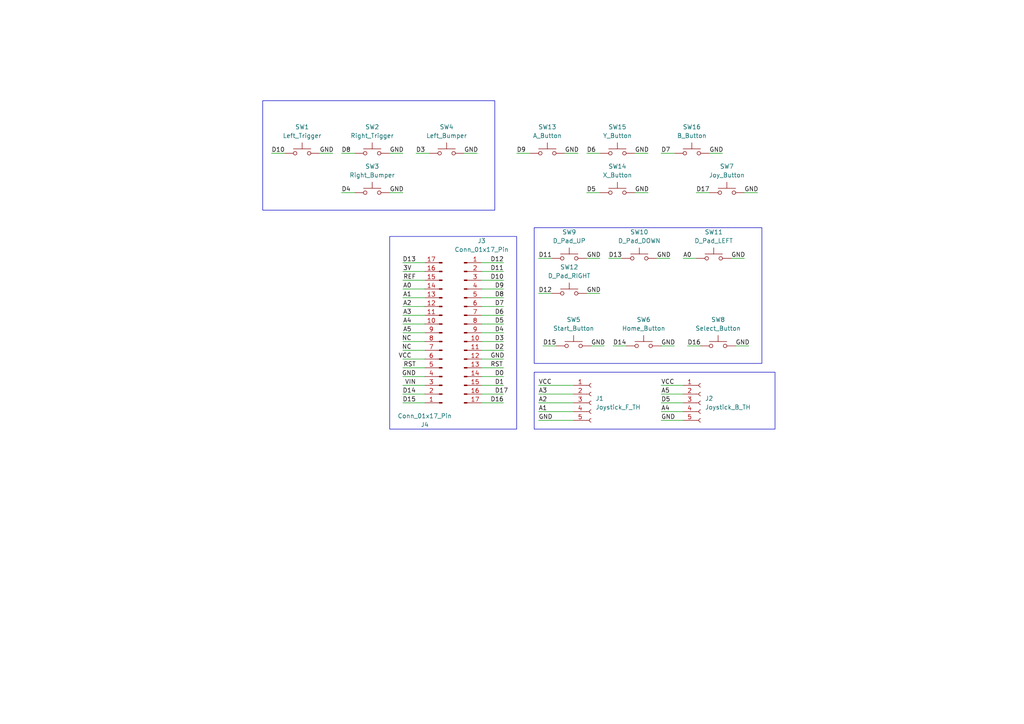
<source format=kicad_sch>
(kicad_sch (version 20231120) (generator "eeschema") (generator_version "8.0")
  (paper "A4")
  (lib_symbols
    (symbol "Connector:Conn_01x05_Socket" (pin_names (offset 1.016) hide)
      (property "Reference" "J" (at 0 7.62 0))
      (property "Value" "Conn_01x05_Socket" (at 0 -7.62 0))
      (symbol "Conn_01x05_Socket_1_1"
        (arc (start 0 -4.572) (mid -0.5058 -5.08) (end 0 -5.588) (stroke (width 0.1524)))
        (arc (start 0 -2.032) (mid -0.5058 -2.54) (end 0 -3.048) (stroke (width 0.1524)))
        (polyline (pts (xy -1.27 -5.08) (xy -0.508 -5.08)) (stroke (width 0.1524)))
        (polyline (pts (xy -1.27 -2.54) (xy -0.508 -2.54)) (stroke (width 0.1524)))
        (polyline (pts (xy -1.27 0) (xy -0.508 0)) (stroke (width 0.1524)))
        (polyline (pts (xy -1.27 2.54) (xy -0.508 2.54)) (stroke (width 0.1524)))
        (polyline (pts (xy -1.27 5.08) (xy -0.508 5.08)) (stroke (width 0.1524)))
        (arc (start 0 0.508) (mid -0.5058 0) (end 0 -0.508) (stroke (width 0.1524)))
        (arc (start 0 3.048) (mid -0.5058 2.54) (end 0 2.032) (stroke (width 0.1524)))
        (arc (start 0 5.588) (mid -0.5058 5.08) (end 0 4.572) (stroke (width 0.1524)))
        (pin passive line (at -5.08 5.08 0) (length 3.81) (name "Pin_1") (number "1"))
        (pin passive line (at -5.08 2.54 0) (length 3.81) (name "Pin_2") (number "2"))
        (pin passive line (at -5.08 0 0) (length 3.81) (name "Pin_3") (number "3"))
        (pin passive line (at -5.08 -2.54 0) (length 3.81) (name "Pin_4") (number "4"))
        (pin passive line (at -5.08 -5.08 0) (length 3.81) (name "Pin_5") (number "5"))
      )
    )
    (symbol "Connector:Conn_01x17_Pin" (pin_names (offset 1.016) hide)
      (property "Reference" "J" (at 0 22.86 0))
      (property "Value" "Conn_01x17_Pin" (at 0 -22.86 0))
      (symbol "Conn_01x17_Pin_1_1"
        (polyline (pts (xy 1.27 -20.32) (xy 0.8636 -20.32)) (stroke (width 0.1524)))
        (polyline (pts (xy 1.27 -17.78) (xy 0.8636 -17.78)) (stroke (width 0.1524)))
        (polyline (pts (xy 1.27 -15.24) (xy 0.8636 -15.24)) (stroke (width 0.1524)))
        (polyline (pts (xy 1.27 -12.7) (xy 0.8636 -12.7)) (stroke (width 0.1524)))
        (polyline (pts (xy 1.27 -10.16) (xy 0.8636 -10.16)) (stroke (width 0.1524)))
        (polyline (pts (xy 1.27 -7.62) (xy 0.8636 -7.62)) (stroke (width 0.1524)))
        (polyline (pts (xy 1.27 -5.08) (xy 0.8636 -5.08)) (stroke (width 0.1524)))
        (polyline (pts (xy 1.27 -2.54) (xy 0.8636 -2.54)) (stroke (width 0.1524)))
        (polyline (pts (xy 1.27 0) (xy 0.8636 0)) (stroke (width 0.1524)))
        (polyline (pts (xy 1.27 2.54) (xy 0.8636 2.54)) (stroke (width 0.1524)))
        (polyline (pts (xy 1.27 5.08) (xy 0.8636 5.08)) (stroke (width 0.1524)))
        (polyline (pts (xy 1.27 7.62) (xy 0.8636 7.62)) (stroke (width 0.1524)))
        (polyline (pts (xy 1.27 10.16) (xy 0.8636 10.16)) (stroke (width 0.1524)))
        (polyline (pts (xy 1.27 12.7) (xy 0.8636 12.7)) (stroke (width 0.1524)))
        (polyline (pts (xy 1.27 15.24) (xy 0.8636 15.24)) (stroke (width 0.1524)))
        (polyline (pts (xy 1.27 17.78) (xy 0.8636 17.78)) (stroke (width 0.1524)))
        (polyline (pts (xy 1.27 20.32) (xy 0.8636 20.32)) (stroke (width 0.1524)))
        (rectangle (start 0.8636 -20.193) (end 0 -20.447) (stroke (width 0.1524)) (fill (type outline)))
        (rectangle (start 0.8636 -17.653) (end 0 -17.907) (stroke (width 0.1524)) (fill (type outline)))
        (rectangle (start 0.8636 -15.113) (end 0 -15.367) (stroke (width 0.1524)) (fill (type outline)))
        (rectangle (start 0.8636 -12.573) (end 0 -12.827) (stroke (width 0.1524)) (fill (type outline)))
        (rectangle (start 0.8636 -10.033) (end 0 -10.287) (stroke (width 0.1524)) (fill (type outline)))
        (rectangle (start 0.8636 -7.493) (end 0 -7.747) (stroke (width 0.1524)) (fill (type outline)))
        (rectangle (start 0.8636 -4.953) (end 0 -5.207) (stroke (width 0.1524)) (fill (type outline)))
        (rectangle (start 0.8636 -2.413) (end 0 -2.667) (stroke (width 0.1524)) (fill (type outline)))
        (rectangle (start 0.8636 0.127) (end 0 -0.127) (stroke (width 0.1524)) (fill (type outline)))
        (rectangle (start 0.8636 2.667) (end 0 2.413) (stroke (width 0.1524)) (fill (type outline)))
        (rectangle (start 0.8636 5.207) (end 0 4.953) (stroke (width 0.1524)) (fill (type outline)))
        (rectangle (start 0.8636 7.747) (end 0 7.493) (stroke (width 0.1524)) (fill (type outline)))
        (rectangle (start 0.8636 10.287) (end 0 10.033) (stroke (width 0.1524)) (fill (type outline)))
        (rectangle (start 0.8636 12.827) (end 0 12.573) (stroke (width 0.1524)) (fill (type outline)))
        (rectangle (start 0.8636 15.367) (end 0 15.113) (stroke (width 0.1524)) (fill (type outline)))
        (rectangle (start 0.8636 17.907) (end 0 17.653) (stroke (width 0.1524)) (fill (type outline)))
        (rectangle (start 0.8636 20.447) (end 0 20.193) (stroke (width 0.1524)) (fill (type outline)))
        (pin passive line (at 5.08 20.32 180) (length 3.81) (name "Pin_1") (number "1"))
        (pin passive line (at 5.08 -2.54 180) (length 3.81) (name "Pin_10") (number "10"))
        (pin passive line (at 5.08 -5.08 180) (length 3.81) (name "Pin_11") (number "11"))
        (pin passive line (at 5.08 -7.62 180) (length 3.81) (name "Pin_12") (number "12"))
        (pin passive line (at 5.08 -10.16 180) (length 3.81) (name "Pin_13") (number "13"))
        (pin passive line (at 5.08 -12.7 180) (length 3.81) (name "Pin_14") (number "14"))
        (pin passive line (at 5.08 -15.24 180) (length 3.81) (name "Pin_15") (number "15"))
        (pin passive line (at 5.08 -17.78 180) (length 3.81) (name "Pin_16") (number "16"))
        (pin passive line (at 5.08 -20.32 180) (length 3.81) (name "Pin_17") (number "17"))
        (pin passive line (at 5.08 17.78 180) (length 3.81) (name "Pin_2") (number "2"))
        (pin passive line (at 5.08 15.24 180) (length 3.81) (name "Pin_3") (number "3"))
        (pin passive line (at 5.08 12.7 180) (length 3.81) (name "Pin_4") (number "4"))
        (pin passive line (at 5.08 10.16 180) (length 3.81) (name "Pin_5") (number "5"))
        (pin passive line (at 5.08 7.62 180) (length 3.81) (name "Pin_6") (number "6"))
        (pin passive line (at 5.08 5.08 180) (length 3.81) (name "Pin_7") (number "7"))
        (pin passive line (at 5.08 2.54 180) (length 3.81) (name "Pin_8") (number "8"))
        (pin passive line (at 5.08 0 180) (length 3.81) (name "Pin_9") (number "9"))
      )
    )
    (symbol "Switch:SW_Push" (pin_numbers hide) (pin_names (offset 1.016) hide)
      (property "Reference" "SW" (at 1.27 2.54 0))
      (property "Value" "SW_Push" (at 0 -1.524 0))
      (symbol "SW_Push_0_1"
        (circle (center -2.032 0) (radius 0.508))
        (polyline (pts (xy 0 1.27) (xy 0 3.048)))
        (polyline (pts (xy 2.54 1.27) (xy -2.54 1.27)))
        (circle (center 2.032 0) (radius 0.508))
        (pin passive line (at -5.08 0 0) (length 2.54) (name "1") (number "1"))
        (pin passive line (at 5.08 0 180) (length 2.54) (name "2") (number "2"))
      )
    )
  )
  (wire (pts (xy 139.7 106.68) (xy 146.05 106.68)))
  (wire (pts (xy 139.7 88.9) (xy 146.05 88.9)))
  (wire (pts (xy 191.77 100.33) (xy 195.58 100.33)))
  (wire (pts (xy 201.93 55.88) (xy 205.74 55.88)))
  (wire (pts (xy 184.15 55.88) (xy 187.96 55.88)))
  (wire (pts (xy 139.7 116.84) (xy 146.05 116.84)))
  (wire (pts (xy 190.5 74.93) (xy 194.31 74.93)))
  (wire (pts (xy 166.37 114.3) (xy 156.21 114.3)))
  (wire (pts (xy 116.84 78.74) (xy 123.19 78.74)))
  (wire (pts (xy 99.06 55.88) (xy 102.87 55.88)))
  (wire (pts (xy 139.7 101.6) (xy 146.05 101.6)))
  (wire (pts (xy 116.84 86.36) (xy 123.19 86.36)))
  (wire (pts (xy 139.7 81.28) (xy 146.05 81.28)))
  (wire (pts (xy 171.45 100.33) (xy 175.26 100.33)))
  (wire (pts (xy 191.77 116.84) (xy 198.12 116.84)))
  (wire (pts (xy 113.03 44.45) (xy 116.84 44.45)))
  (wire (pts (xy 191.77 111.76) (xy 198.12 111.76)))
  (wire (pts (xy 116.84 106.68) (xy 123.19 106.68)))
  (wire (pts (xy 139.7 99.06) (xy 146.05 99.06)))
  (wire (pts (xy 191.77 119.38) (xy 198.12 119.38)))
  (wire (pts (xy 116.84 111.76) (xy 123.19 111.76)))
  (wire (pts (xy 123.19 104.14) (xy 116.84 104.14)))
  (wire (pts (xy 176.53 74.93) (xy 180.34 74.93)))
  (wire (pts (xy 191.77 44.45) (xy 195.58 44.45)))
  (wire (pts (xy 123.19 93.98) (xy 116.84 93.98)))
  (wire (pts (xy 184.15 44.45) (xy 187.96 44.45)))
  (wire (pts (xy 170.18 85.09) (xy 173.99 85.09)))
  (wire (pts (xy 123.19 99.06) (xy 116.84 99.06)))
  (wire (pts (xy 213.36 100.33) (xy 217.17 100.33)))
  (wire (pts (xy 156.21 85.09) (xy 160.02 85.09)))
  (wire (pts (xy 78.74 44.45) (xy 82.55 44.45)))
  (wire (pts (xy 123.19 116.84) (xy 116.84 116.84)))
  (wire (pts (xy 163.83 44.45) (xy 167.64 44.45)))
  (wire (pts (xy 123.19 96.52) (xy 116.84 96.52)))
  (wire (pts (xy 191.77 114.3) (xy 198.12 114.3)))
  (wire (pts (xy 123.19 114.3) (xy 116.84 114.3)))
  (wire (pts (xy 139.7 91.44) (xy 146.05 91.44)))
  (wire (pts (xy 170.18 55.88) (xy 173.99 55.88)))
  (wire (pts (xy 170.18 74.93) (xy 173.99 74.93)))
  (wire (pts (xy 212.09 74.93) (xy 215.9 74.93)))
  (wire (pts (xy 149.86 44.45) (xy 153.67 44.45)))
  (wire (pts (xy 116.84 109.22) (xy 123.19 109.22)))
  (wire (pts (xy 123.19 101.6) (xy 116.84 101.6)))
  (wire (pts (xy 123.19 83.82) (xy 116.84 83.82)))
  (wire (pts (xy 139.7 83.82) (xy 146.05 83.82)))
  (wire (pts (xy 99.06 44.45) (xy 102.87 44.45)))
  (wire (pts (xy 134.62 44.45) (xy 138.43 44.45)))
  (wire (pts (xy 177.8 100.33) (xy 181.61 100.33)))
  (wire (pts (xy 139.7 76.2) (xy 146.05 76.2)))
  (wire (pts (xy 92.71 44.45) (xy 96.52 44.45)))
  (wire (pts (xy 116.84 81.28) (xy 123.19 81.28)))
  (wire (pts (xy 198.12 74.93) (xy 201.93 74.93)))
  (wire (pts (xy 166.37 116.84) (xy 156.21 116.84)))
  (wire (pts (xy 157.48 100.33) (xy 161.29 100.33)))
  (wire (pts (xy 166.37 121.92) (xy 156.21 121.92)))
  (wire (pts (xy 116.84 88.9) (xy 123.19 88.9)))
  (wire (pts (xy 139.7 93.98) (xy 146.05 93.98)))
  (wire (pts (xy 139.7 114.3) (xy 146.05 114.3)))
  (wire (pts (xy 170.18 44.45) (xy 173.99 44.45)))
  (wire (pts (xy 120.65 44.45) (xy 124.46 44.45)))
  (wire (pts (xy 139.7 96.52) (xy 146.05 96.52)))
  (wire (pts (xy 199.39 100.33) (xy 203.2 100.33)))
  (wire (pts (xy 166.37 111.76) (xy 156.21 111.76)))
  (wire (pts (xy 191.77 121.92) (xy 198.12 121.92)))
  (wire (pts (xy 205.74 44.45) (xy 209.55 44.45)))
  (wire (pts (xy 139.7 104.14) (xy 146.05 104.14)))
  (wire (pts (xy 156.21 74.93) (xy 160.02 74.93)))
  (wire (pts (xy 123.19 76.2) (xy 116.84 76.2)))
  (wire (pts (xy 139.7 109.22) (xy 146.05 109.22)))
  (wire (pts (xy 139.7 78.74) (xy 146.05 78.74)))
  (wire (pts (xy 166.37 119.38) (xy 156.21 119.38)))
  (wire (pts (xy 215.9 55.88) (xy 219.71 55.88)))
  (wire (pts (xy 139.7 111.76) (xy 146.05 111.76)))
  (wire (pts (xy 123.19 91.44) (xy 116.84 91.44)))
  (wire (pts (xy 139.7 86.36) (xy 146.05 86.36)))
  (wire (pts (xy 113.03 55.88) (xy 116.84 55.88)))
  (rectangle (start 113.03 68.58) (end 149.86 124.46))
  (rectangle (start 154.94 107.95) (end 224.79 124.46))
  (rectangle (start 76.2 29.21) (end 143.51 60.96))
  (rectangle (start 154.94 66.04) (end 220.98 105.41))
  (label "D16" (at 199.39 100.33 0))
  (label "VCC" (at 119.38 104.14 180))
  (label "D9" (at 149.86 44.45 0))
  (label "GND" (at 215.9 55.88 0))
  (label "D1" (at 143.51 111.76 0))
  (label "D10" (at 142.24 81.28 0))
  (label "GND" (at 184.15 55.88 0))
  (label "D5" (at 191.77 116.84 0))
  (label "GND" (at 163.83 44.45 0))
  (label "A0" (at 198.12 74.93 0))
  (label "VCC" (at 191.77 111.76 0))
  (label "GND" (at 170.18 85.09 0))
  (label "VCC" (at 156.21 111.76 0))
  (label "GND" (at 171.45 100.33 0))
  (label "GND" (at 156.21 121.92 0))
  (label "RST" (at 142.24 106.68 0))
  (label "D6" (at 143.51 91.44 0))
  (label "A4" (at 191.77 119.38 0))
  (label "D0" (at 143.51 109.22 0))
  (label "A5" (at 191.77 114.3 0))
  (label "NC" (at 119.38 101.6 180))
  (label "GND" (at 113.03 55.88 0))
  (label "GND" (at 212.09 74.93 0))
  (label "3V" (at 119.38 78.74 180))
  (label "D11" (at 156.21 74.93 0))
  (label "D14" (at 120.65 114.3 180))
  (label "GND" (at 142.24 104.14 0))
  (label "A0" (at 119.38 83.82 180))
  (label "GND" (at 213.36 100.33 0))
  (label "A1" (at 119.38 86.36 180))
  (label "A5" (at 119.38 96.52 180))
  (label "D2" (at 143.51 101.6 0))
  (label "GND" (at 184.15 44.45 0))
  (label "D3" (at 120.65 44.45 0))
  (label "D5" (at 170.18 55.88 0))
  (label "D3" (at 143.51 99.06 0))
  (label "GND" (at 134.62 44.45 0))
  (label "VIN" (at 120.65 111.76 180))
  (label "D7" (at 143.51 88.9 0))
  (label "GND" (at 205.74 44.45 0))
  (label "D13" (at 120.65 76.2 180))
  (label "GND" (at 190.5 74.93 0))
  (label "REF" (at 120.65 81.28 180))
  (label "GND" (at 120.65 109.22 180))
  (label "A4" (at 119.38 93.98 180))
  (label "D5" (at 143.51 93.98 0))
  (label "GND" (at 191.77 100.33 0))
  (label "A3" (at 119.38 91.44 180))
  (label "RST" (at 120.65 106.68 180))
  (label "D8" (at 143.51 86.36 0))
  (label "D12" (at 156.21 85.09 0))
  (label "D9" (at 143.51 83.82 0))
  (label "D10" (at 78.74 44.45 0))
  (label "D17" (at 201.93 55.88 0))
  (label "D16" (at 142.24 116.84 0))
  (label "D15" (at 157.48 100.33 0))
  (label "D12" (at 142.24 76.2 0))
  (label "A2" (at 156.21 116.84 0))
  (label "D7" (at 191.77 44.45 0))
  (label "A1" (at 156.21 119.38 0))
  (label "D15" (at 120.65 116.84 180))
  (label "A2" (at 119.38 88.9 180))
  (label "GND" (at 191.77 121.92 0))
  (label "GND" (at 170.18 74.93 0))
  (label "D4" (at 99.06 55.88 0))
  (label "GND" (at 113.03 44.45 0))
  (label "D13" (at 176.53 74.93 0))
  (label "D17" (at 143.51 114.3 0))
  (label "D14" (at 177.8 100.33 0))
  (label "D6" (at 170.18 44.45 0))
  (label "D4" (at 143.51 96.52 0))
  (label "D11" (at 142.24 78.74 0))
  (label "NC" (at 119.38 99.06 180))
  (label "A3" (at 156.21 114.3 0))
  (label "GND" (at 92.71 44.45 0))
  (label "D8" (at 99.06 44.45 0))
  (symbol (lib_id "Switch:SW_Push") (at 165.1 85.09 0) (unit 1)
    (property "Reference" "SW12" (at 165.1 77.47 0))
    (property "Value" "D_Pad_RIGHT" (at 165.1 80.01 0))
    (property "Footprint" "Downloads:SW_BUTT-2" (effects (hide yes)))
    (property "Description" "Push button switch, generic, two pins" (effects (hide yes)))
  )
  (symbol (lib_id "Switch:SW_Push") (at 185.42 74.93 0) (unit 1)
    (property "Reference" "SW10" (at 185.42 67.31 0))
    (property "Value" "D_Pad_DOWN" (at 185.42 69.85 0))
    (property "Footprint" "Downloads:SW_BUTT-2" (effects (hide yes)))
    (property "Description" "Push button switch, generic, two pins" (effects (hide yes)))
  )
  (symbol (lib_id "Switch:SW_Push") (at 166.37 100.33 0) (unit 1)
    (property "Reference" "SW5" (at 166.37 92.71 0))
    (property "Value" "Start_Button" (at 166.37 95.25 0))
    (property "Footprint" "Downloads:SW_BUTT-2" (effects (hide yes)))
    (property "Description" "Push button switch, generic, two pins" (effects (hide yes)))
  )
  (symbol (lib_id "Connector:Conn_01x17_Pin") (at 134.62 96.52 0) (unit 1)
    (property "Reference" "J3" (at 139.7 69.85 0))
    (property "Value" "Conn_01x17_Pin" (at 139.7 72.39 0))
    (property "Footprint" "Connector_PinSocket_2.54mm:PinSocket_1x17_P2.54mm_Vertical" (effects (hide yes)))
  )
  (symbol (lib_id "Connector:Conn_01x05_Socket") (at 203.2 116.84 0) (unit 1)
    (property "Reference" "J2" (at 204.47 115.5699 0) (effects (justify left)))
    (property "Value" "Joystick_B_TH" (at 204.47 118.1099 0) (effects (justify left)))
    (property "Footprint" "Connector_PinSocket_2.54mm:PinSocket_1x05_P2.54mm_Vertical" (effects (hide yes)))
  )
  (symbol (lib_id "Switch:SW_Push") (at 208.28 100.33 0) (unit 1)
    (property "Reference" "SW8" (at 208.28 92.71 0))
    (property "Value" "Select_Button" (at 208.28 95.25 0))
    (property "Footprint" "Downloads:SW_BUTT-2" (effects (hide yes)))
    (property "Description" "Push button switch, generic, two pins" (effects (hide yes)))
  )
  (symbol (lib_id "Connector:Conn_01x05_Socket") (at 171.45 116.84 0) (unit 1)
    (property "Reference" "J1" (at 172.72 115.5699 0) (effects (justify left)))
    (property "Value" "Joystick_F_TH" (at 172.72 118.1099 0) (effects (justify left)))
    (property "Footprint" "Connector_PinSocket_2.54mm:PinSocket_1x05_P2.54mm_Vertical" (effects (hide yes)))
  )
  (symbol (lib_id "Switch:SW_Push") (at 87.63 44.45 0) (unit 1)
    (property "Reference" "SW1" (at 87.63 36.83 0))
    (property "Value" "Left_Trigger" (at 87.63 39.37 0))
    (property "Footprint" "Downloads:SW_BUTT-2" (effects (hide yes)))
    (property "Description" "Push button switch, generic, two pins" (effects (hide yes)))
  )
  (symbol (lib_id "Switch:SW_Push") (at 107.95 55.88 0) (unit 1)
    (property "Reference" "SW3" (at 107.95 48.26 0))
    (property "Value" "Right_Bumper" (at 107.95 50.8 0))
    (property "Footprint" "Downloads:SW_BUTT-2" (effects (hide yes)))
    (property "Description" "Push button switch, generic, two pins" (effects (hide yes)))
  )
  (symbol (lib_id "Switch:SW_Push") (at 207.01 74.93 0) (unit 1)
    (property "Reference" "SW11" (at 207.01 67.31 0))
    (property "Value" "D_Pad_LEFT" (at 207.01 69.85 0))
    (property "Footprint" "Downloads:SW_BUTT-2" (effects (hide yes)))
    (property "Description" "Push button switch, generic, two pins" (effects (hide yes)))
  )
  (symbol (lib_id "Switch:SW_Push") (at 158.75 44.45 0) (unit 1)
    (property "Reference" "SW13" (at 158.75 36.83 0))
    (property "Value" "A_Button" (at 158.75 39.37 0))
    (property "Footprint" "Downloads:SW_BUTT-2" (effects (hide yes)))
    (property "Description" "Push button switch, generic, two pins" (effects (hide yes)))
  )
  (symbol (lib_id "Switch:SW_Push") (at 107.95 44.45 0) (unit 1)
    (property "Reference" "SW2" (at 107.95 36.83 0))
    (property "Value" "Right_Trigger" (at 107.95 39.37 0))
    (property "Footprint" "Downloads:SW_BUTT-2" (effects (hide yes)))
    (property "Description" "Push button switch, generic, two pins" (effects (hide yes)))
  )
  (symbol (lib_id "Switch:SW_Push") (at 129.54 44.45 0) (unit 1)
    (property "Reference" "SW4" (at 129.54 36.83 0))
    (property "Value" "Left_Bumper" (at 129.54 39.37 0))
    (property "Footprint" "Downloads:SW_BUTT-2" (effects (hide yes)))
    (property "Description" "Push button switch, generic, two pins" (effects (hide yes)))
  )
  (symbol (lib_id "Connector:Conn_01x17_Pin") (at 128.27 96.52 180) (unit 1)
    (property "Reference" "J4" (at 123.19 123.19 0))
    (property "Value" "Conn_01x17_Pin" (at 123.19 120.65 0))
    (property "Footprint" "Connector_PinSocket_2.54mm:PinSocket_1x17_P2.54mm_Vertical" (effects (hide yes)))
  )
  (symbol (lib_id "Switch:SW_Push") (at 186.69 100.33 0) (unit 1)
    (property "Reference" "SW6" (at 186.69 92.71 0))
    (property "Value" "Home_Button" (at 186.69 95.25 0))
    (property "Footprint" "Downloads:SW_BUTT-2" (effects (hide yes)))
    (property "Description" "Push button switch, generic, two pins" (effects (hide yes)))
  )
  (symbol (lib_id "Switch:SW_Push") (at 179.07 44.45 0) (unit 1)
    (property "Reference" "SW15" (at 179.07 36.83 0))
    (property "Value" "Y_Button" (at 179.07 39.37 0))
    (property "Footprint" "Downloads:SW_BUTT-2" (effects (hide yes)))
    (property "Description" "Push button switch, generic, two pins" (effects (hide yes)))
  )
  (symbol (lib_id "Switch:SW_Push") (at 165.1 74.93 0) (unit 1)
    (property "Reference" "SW9" (at 165.1 67.31 0))
    (property "Value" "D_Pad_UP" (at 165.1 69.85 0))
    (property "Footprint" "Downloads:SW_BUTT-2" (effects (hide yes)))
    (property "Description" "Push button switch, generic, two pins" (effects (hide yes)))
  )
  (symbol (lib_id "Switch:SW_Push") (at 210.82 55.88 0) (unit 1)
    (property "Reference" "SW7" (at 210.82 48.26 0))
    (property "Value" "Joy_Button" (at 210.82 50.8 0))
    (property "Footprint" "Downloads:SW_BUTT-2" (effects (hide yes)))
    (property "Description" "Push button switch, generic, two pins" (effects (hide yes)))
  )
  (symbol (lib_id "Switch:SW_Push") (at 200.66 44.45 0) (unit 1)
    (property "Reference" "SW16" (at 200.66 36.83 0))
    (property "Value" "B_Button" (at 200.66 39.37 0))
    (property "Footprint" "Downloads:SW_BUTT-2" (effects (hide yes)))
    (property "Description" "Push button switch, generic, two pins" (effects (hide yes)))
  )
  (symbol (lib_id "Switch:SW_Push") (at 179.07 55.88 0) (unit 1)
    (property "Reference" "SW14" (at 179.07 48.26 0))
    (property "Value" "X_Button" (at 179.07 50.8 0))
    (property "Footprint" "Downloads:SW_BUTT-2" (effects (hide yes)))
    (property "Description" "Push button switch, generic, two pins" (effects (hide yes)))
  )
)
</source>
